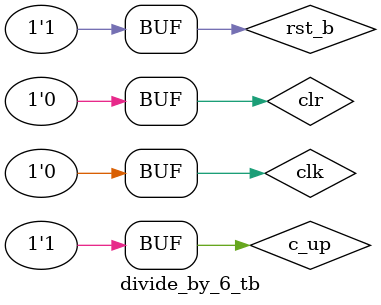
<source format=v>
module divide_by_6 (
    input wire clk,       
    input wire rst_b,     
    input wire c_up,      
    input wire clr,       
    output reg fdclk      
);

    reg [5:0] state;      
    localparam S0 = 6'b000001; 
    localparam S1 = 6'b000010; 
    localparam S2 = 6'b000100; 
    localparam S3 = 6'b001000; 
    localparam S4 = 6'b010000; 
    localparam S5 = 6'b100000; 

    always @(posedge clk or negedge rst_b) begin
        if (!rst_b) begin
            state <= S0; 
            fdclk <= 0;  
        end else if (clr) begin
            state <= S0; 
            fdclk <= 0;  
        end else if (c_up) begin
            case (state)
                S0: state <= S1;
                S1: state <= S2;
                S2: state <= S3;
                S3: state <= S4;
                S4: state <= S5;
                S5: state <= S0; 
                default: state <= S0; 
            endcase
        end
    end

    always @(*) begin
        if (state == S0 || state == S1 || state == S2 || state == S3) begin
            fdclk = 1; 
        end else begin
            fdclk = 0; 
        end
    end
endmodule



module divide_by_6_tb;
    reg clk;
    reg rst_b;
    reg c_up;
    reg clr;
    wire fdclk;

    divide_by_6 uut (
        .clk(clk),
        .rst_b(rst_b),
        .c_up(c_up),
        .clr(clr),
        .fdclk(fdclk)
    );

    localparam CLK_PERIOD = 100;
    localparam RUNNING_CYCLES = 50;
    initial begin
        clk = 1'd0;
        repeat (2*RUNNING_CYCLES) #(CLK_PERIOD/2) clk = ~clk;
    end
    
    localparam RST_DURATION = 25;
    initial begin
      rst_b = 1'd0;
      #RST_DURATION rst_b = 1'd1;
    end

    initial begin
        clr = 0;
        #400 clr = 1; 
        #100 clr = 0;
    end

    initial begin
        c_up = 1;
        #600 c_up = 0; 
        #100 c_up = 1; 
        #400 c_up = 0; 
        #200 c_up = 1; 
    end

    initial begin
        $monitor("Time: %0t | fdclk: %b | c_up: %b | clr: %b", $time, fdclk, c_up, clr);
    end
endmodule


</source>
